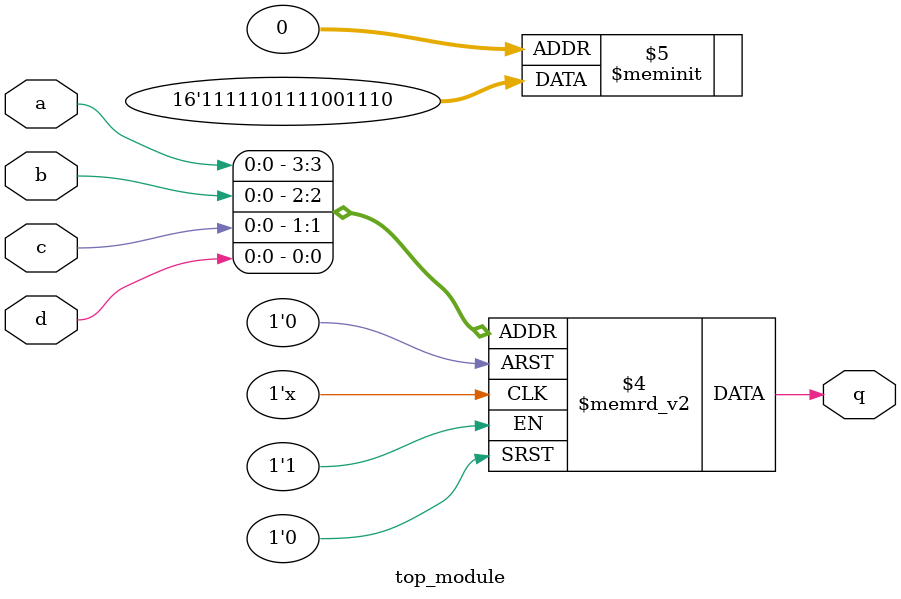
<source format=sv>
module top_module (
    input a, 
    input b, 
    input c, 
    input d,
    output q
);

    always @(*) begin
        case({a, b, c, d})
            4'b0000: q = 1'b0;
            4'b0001: q = 1'b1;
            4'b0010: q = 1'b1;
            4'b0011: q = 1'b1;
            4'b0100: q = 1'b0;
            4'b0101: q = 1'b0;
            4'b0110: q = 1'b1;
            4'b0111: q = 1'b1;
            4'b1000: q = 1'b1;
            4'b1001: q = 1'b1;
            4'b1010: q = 1'b0;
            4'b1011: q = 1'b1;
            4'b1100: q = 1'b1;
            4'b1101: q = 1'b1;
            4'b1110: q = 1'b1;
            4'b1111: q = 1'b1;
            default: q = 1'b0;
        endcase
    end
    
endmodule

</source>
